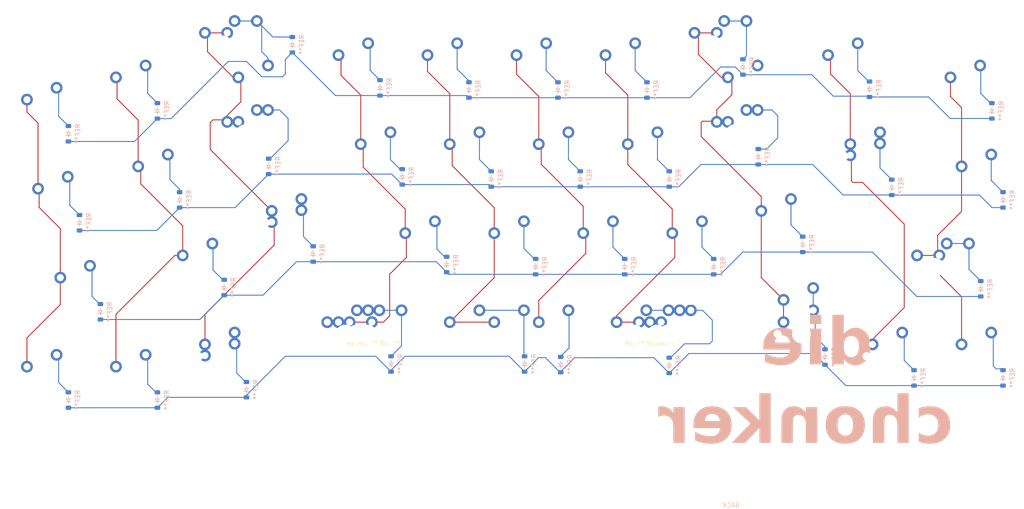
<source format=kicad_pcb>
(kicad_pcb (version 20240108) (generator "pcbnew") (generator_version "8.0")
  (layers (0 "F.Cu" signal) (31 "B.Cu" signal) (34 "B.Paste" user) (35 "F.Paste" user) (36 "B.SilkS" user "B.Silkscreen") (37 "F.SilkS" user "F.Silkscreen") (38 "B.Mask" user) (39 "F.Mask" user) (44 "Edge.Cuts" user))
  (net 0 "")
  (footprint "ScottoKeebs_MX:MX_PCB_1.00u" (layer "F.Cu") (at 33.0375 97.30625)
    (property "Reference" "REF**" (hide yes))
    (property "Value" "MX_PCB_1.00u" (hide yes))
  )
  (footprint "ScottoKeebs_MX:MX_PCB_1.00u" (layer "F.Cu") (at 142.575 87.78125)
    (property "Reference" "REF**" (hide yes))
    (property "Value" "MX_PCB_1.00u" (hide yes))
  )
  (footprint "ScottoKeebs_MX:MX_PCB_1.25u" (layer "F.Cu") (at 78.28125 44.91875)
    (property "Reference" "REF**" (hide yes))
    (property "Value" "MX_PCB_1.25u" (hide yes))
  )
  (footprint "ScottoKeebs_MX:MX_PCB_1.00u" (layer "F.Cu") (at 194.9625 83.01875)
    (property "Reference" "REF**" (hide yes))
    (property "Value" "MX_PCB_1.00u" (hide yes))
  )
  (footprint "ScottoKeebs_MX:MX_PCB_1.00u" (layer "F.Cu") (at 85.425 63.96875)
    (property "Reference" "REF**" (hide yes))
    (property "Value" "MX_PCB_1.00u" (hide yes))
  )
  (footprint "ScottoKeebs_MX:MX_PCB_1.00u" (layer "F.Cu") (at 75.9 44.91875)
    (property "Reference" "REF**" (hide yes))
    (property "Value" "MX_PCB_1.00u" (hide yes))
  )
  (footprint "ScottoKeebs_Stabilizer:Stabilizer_MX_2.00u" (layer "F.Cu") (at 106.85625 87.78125 180)
    (property "Reference" "REF**")
    (property "Value" "Stabilizer_MX_2.00u")
  )
  (footprint "ScottoKeebs_MX:MX_PCB_1.00u" (layer "F.Cu") (at 142.575 49.68125)
    (property "Reference" "REF**" (hide yes))
    (property "Value" "MX_PCB_1.00u" (hide yes))
  )
  (footprint "ScottoKeebs_MX:MX_PCB_1.25u" (layer "F.Cu") (at 183.05625 44.91875)
    (property "Reference" "REF**" (hide yes))
    (property "Value" "MX_PCB_1.25u" (hide yes))
  )
  (footprint "ScottoKeebs_MX:MX_PCB_1.25u_90deg" (layer "F.Cu") (at 209.25 52.0625)
    (property "Reference" "REF**" (hide yes))
    (property "Value" "MX_PCB_1.25u_90deg" (hide yes))
  )
  (footprint "ScottoKeebs_MX:MX_PCB_1.00u" (layer "F.Cu") (at 66.375 73.49375)
    (property "Reference" "REF**" (hide yes))
    (property "Value" "MX_PCB_1.00u" (hide yes))
  )
  (footprint "ScottoKeebs_MX:MX_PCB_1.00u" (layer "F.Cu") (at 71.1375 92.54375)
    (property "Reference" "REF**" (hide yes))
    (property "Value" "MX_PCB_1.00u" (hide yes))
  )
  (footprint "ScottoKeebs_MX:MX_PCB_1.00u" (layer "F.Cu") (at 123.525 87.78125)
    (property "Reference" "REF**" (hide yes))
    (property "Value" "MX_PCB_1.00u" (hide yes))
  )
  (footprint "ScottoKeebs_Stabilizer:Stabilizer_MX_2.00u" (layer "F.Cu") (at 166.3875 87.78125 180)
    (property "Reference" "REF**")
    (property "Value" "Stabilizer_MX_2.00u")
  )
  (footprint "ScottoKeebs_Stabilizer:Stabilizer_MX_2.00u" (layer "F.Cu") (at 99.7125 87.78125 180)
    (property "Reference" "REF**")
    (property "Value" "Stabilizer_MX_2.00u")
  )
  (footprint "ScottoKeebs_MX:MX_PCB_1.50u_90deg" (layer "F.Cu") (at 194.9625 87.78125)
    (property "Reference" "REF**" (hide yes))
    (property "Value" "MX_PCB_1.50u_90deg" (hide yes))
  )
  (footprint "ScottoKeebs_MX:MX_PCB_1.00u" (layer "F.Cu") (at 33.0375 40.15625)
    (property "Reference" "REF**" (hide yes))
    (property "Value" "MX_PCB_1.00u" (hide yes))
  )
  (footprint "ScottoKeebs_MX:MX_PCB_ISOEnter" (layer "F.Cu") (at 78.28125 35.39375)
    (property "Reference" "REF**" (hide yes))
    (property "Value" "MX_PCB_ISOEnter" (hide yes))
  )
  (footprint "ScottoKeebs_Stabilizer:Stabilizer_MX_2.00u" (layer "F.Cu") (at 102.09375 87.78125 180)
    (property "Reference" "REF**")
    (property "Value" "Stabilizer_MX_2.00u")
  )
  (footprint "ScottoKeebs_MX:MX_PCB_1.00u" (layer "F.Cu") (at 156.8625 30.63125)
    (property "Reference" "REF**" (hide yes))
    (property "Value" "MX_PCB_1.00u" (hide yes))
  )
  (footprint "ScottoKeebs_MX:MX_PCB_1.00u" (layer "F.Cu") (at 161.625 49.68125)
    (property "Reference" "REF**" (hide yes))
    (property "Value" "MX_PCB_1.00u" (hide yes))
  )
  (footprint "ScottoKeebs_MX:MX_PCB_1.00u" (layer "F.Cu") (at 204.4875 30.63125)
    (property "Reference" "REF**" (hide yes))
    (property "Value" "MX_PCB_1.00u" (hide yes))
  )
  (footprint "ScottoKeebs_MX:MX_PCB_1.00u" (layer "F.Cu") (at 152.1 68.73125)
    (property "Reference" "REF**" (hide yes))
    (property "Value" "MX_PCB_1.00u" (hide yes))
  )
  (footprint "ScottoKeebs_MX:MX_PCB_1.25u_90deg" (layer "F.Cu") (at 85.425 66.35)
    (property "Reference" "REF**" (hide yes))
    (property "Value" "MX_PCB_1.25u_90deg" (hide yes))
  )
  (footprint "ScottoKeebs_MX:MX_PCB_1.00u" (layer "F.Cu") (at 190.2 63.96875)
    (property "Reference" "REF**" (hide yes))
    (property "Value" "MX_PCB_1.00u" (hide yes))
  )
  (footprint "ScottoKeebs_MX:MX_PCB_1.50u" (layer "F.Cu") (at 180.675 25.86875)
    (property "Reference" "REF**" (hide yes))
    (property "Value" "MX_PCB_1.50u" (hide yes))
  )
  (footprint "ScottoKeebs_MX:MX_PCB_1.00u" (layer "F.Cu") (at 71.1375 25.86875)
    (property "Reference" "REF**" (hide yes))
    (property "Value" "MX_PCB_1.00u" (hide yes))
  )
  (footprint "ScottoKeebs_Stabilizer:Stabilizer_MX_2.00u" (layer "F.Cu") (at 164.00625 87.78125 180)
    (property "Reference" "REF**")
    (property "Value" "Stabilizer_MX_2.00u")
  )
  (footprint "ScottoKeebs_MX:MX_PCB_1.00u" (layer "F.Cu") (at 99.7125 30.63125)
    (property "Reference" "REF**" (hide yes))
    (property "Value" "MX_PCB_1.00u" (hide yes))
  )
  (footprint "ScottoKeebs_MX:MX_PCB_1.00u" (layer "F.Cu") (at 214.0125 92.54375)
    (property "Reference" "REF**" (hide yes))
    (property "Value" "MX_PCB_1.00u" (hide yes))
  )
  (footprint "ScottoKeebs_MX:MX_PCB_1.50u" (layer "F.Cu") (at 75.9 25.86875)
    (property "Reference" "REF**" (hide yes))
    (property "Value" "MX_PCB_1.50u" (hide yes))
  )
  (footprint "ScottoKeebs_MX:MX_PCB_1.25u_90deg" (layer "F.Cu") (at 71.1375 94.925)
    (property "Reference" "REF**" (hide yes))
    (property "Value" "MX_PCB_1.25u_90deg" (hide yes))
  )
  (footprint "ScottoKeebs_MX:MX_PCB_1.00u" (layer "F.Cu") (at 209.25 49.68125)
    (property "Reference" "REF**" (hide yes))
    (property "Value" "MX_PCB_1.00u" (hide yes))
  )
  (footprint "ScottoKeebs_Stabilizer:Stabilizer_MX_2.00u" (layer "F.Cu") (at 159.24375 87.78125 180)
    (property "Reference" "REF**")
    (property "Value" "Stabilizer_MX_2.00u")
  )
  (footprint "ScottoKeebs_MX:MX_PCB_1.00u" (layer "F.Cu") (at 233.0625 54.44375)
    (property "Reference" "REF**" (hide yes))
    (property "Value" "MX_PCB_1.00u" (hide yes))
  )
  (footprint "ScottoKeebs_MX:MX_PCB_2.75u" (layer "F.Cu") (at 106.85625 87.78125)
    (property "Reference" "REF**" (hide yes))
    (property "Value" "MX_PCB_2.75u" (hide yes))
  )
  (footprint "ScottoKeebs_MX:MX_PCB_1.75u" (layer "F.Cu") (at 168.76875 87.78125)
    (property "Reference" "REF**" (hide yes))
    (property "Value" "MX_PCB_1.75u" (hide yes))
  )
  (footprint "ScottoKeebs_MX:MX_PCB_2.00u" (layer "F.Cu") (at 166.3875 87.78125)
    (property "Reference" "REF**" (hide yes))
    (property "Value" "MX_PCB_2.00u" (hide yes))
  )
  (footprint "ScottoKeebs_MX:MX_PCB_1.00u" (layer "F.Cu") (at 114 68.73125)
    (property "Reference" "REF**" (hide yes))
    (property "Value" "MX_PCB_1.00u" (hide yes))
  )
  (footprint "ScottoKeebs_MX:MX_PCB_1.00u" (layer "F.Cu") (at 104.475 49.68125)
    (property "Reference" "REF**" (hide yes))
    (property "Value" "MX_PCB_1.00u" (hide yes))
  )
  (footprint "ScottoKeebs_MX:MX_PCB_1.00u" (layer "F.Cu") (at 175.9125 25.86875)
    (property "Reference" "REF**" (hide yes))
    (property "Value" "MX_PCB_1.00u" (hide yes))
  )
  (footprint "ScottoKeebs_MX:MX_PCB_1.75u" (layer "F.Cu") (at 97.31134 87.78125)
    (property "Reference" "REF**" (hide yes))
    (property "Value" "MX_PCB_1.75u" (hide yes))
  )
  (footprint "ScottoKeebs_MX:MX_PCB_1.00u" (layer "F.Cu") (at 137.8125 30.63125)
    (property "Reference" "REF**" (hide yes))
    (property "Value" "MX_PCB_1.00u" (hide yes))
  )
  (footprint "ScottoKeebs_MX:MX_PCB_1.00u" (layer "F.Cu") (at 56.85 54.44375)
    (property "Reference" "REF**" (hide yes))
    (property "Value" "MX_PCB_1.00u" (hide yes))
  )
  (footprint "ScottoKeebs_MX:MX_PCB_2.75u" (layer "F.Cu") (at 159.24375 87.78125)
    (property "Reference" "REF**" (hide yes))
    (property "Value" "MX_PCB_2.75u" (hide yes))
  )
  (footprint "ScottoKeebs_MX:MX_PCB_1.00u" (layer "F.Cu") (at 171.15 68.73125)
    (property "Reference" "REF**" (hide yes))
    (property "Value" "MX_PCB_1.00u" (hide yes))
  )
  (footprint "ScottoKeebs_MX:MX_PCB_ISOEnter" (layer "F.Cu") (at 183.05625 35.39375)
    (property "Reference" "REF**" (hide yes))
    (property "Value" "MX_PCB_ISOEnter" (hide yes))
  )
  (footprint "ScottoKeebs_MX:MX_PCB_1.25u" (layer "F.Cu") (at 35.41875 59.20625)
    (property "Reference" "REF**" (hide yes))
    (property "Value" "MX_PCB_1.25u" (hide yes))
  )
  (footprint "ScottoKeebs_MX:MX_PCB_1.00u" (layer "F.Cu") (at 180.675 44.91875)
    (property "Reference" "REF**" (hide yes))
    (property "Value" "MX_PCB_1.00u" (hide yes))
  )
  (footprint "ScottoKeebs_MX:MX_PCB_2.00u" (layer "F.Cu") (at 99.7125 87.78125)
    (property "Reference" "REF**" (hide yes))
    (property "Value" "MX_PCB_2.00u" (hide yes))
  )
  (footprint "ScottoKeebs_MX:MX_PCB_2.00u" (layer "F.Cu") (at 133.05 87.78125)
    (property "Reference" "REF**" (hide yes))
    (property "Value" "MX_PCB_2.00u" (hide yes))
  )
  (footprint "ScottoKeebs_MX:MX_PCB_2.25u" (layer "F.Cu") (at 102.09375 87.78125)
    (property "Reference" "REF**" (hide yes))
    (property "Value" "MX_PCB_2.25u" (hide yes))
  )
  (footprint "ScottoKeebs_MX:MX_PCB_1.00u" (layer "F.Cu") (at 133.05 68.73125)
    (property "Reference" "REF**" (hide yes))
    (property "Value" "MX_PCB_1.00u" (hide yes))
  )
  (footprint "ScottoKeebs_MX:MX_PCB_2.00u" (layer "F.Cu") (at 223.5375 73.49375)
    (property "Reference" "REF**" (hide yes))
    (property "Value" "MX_PCB_2.00u" (hide yes))
  )
  (footprint "ScottoKeebs_MX:MX_PCB_1.75u" (layer "F.Cu") (at 40.18125 78.25625)
    (property "Reference" "REF**" (hide yes))
    (property "Value" "MX_PCB_1.75u" (hide yes))
  )
  (footprint "ScottoKeebs_MX:MX_PCB_1.00u" (layer "F.Cu") (at 233.0625 92.54375)
    (property "Reference" "REF**" (hide yes))
    (property "Value" "MX_PCB_1.00u" (hide yes))
  )
  (footprint "ScottoKeebs_MX:MX_PCB_1.25u" (layer "F.Cu") (at 230.68125 35.39375)
    (property "Reference" "REF**" (hide yes))
    (property "Value" "MX_PCB_1.25u" (hide yes))
  )
  (footprint "ScottoKeebs_MX:MX_PCB_1.50u" (layer "F.Cu") (at 228.3 73.49375)
    (property "Reference" "REF**" (hide yes))
    (property "Value" "MX_PCB_1.50u" (hide yes))
  )
  (footprint "ScottoKeebs_MX:MX_PCB_1.00u" (layer "F.Cu") (at 52.0875 97.30625)
    (property "Reference" "REF**" (hide yes))
    (property "Value" "MX_PCB_1.00u" (hide yes))
  )
  (footprint "ScottoKeebs_MX:MX_PCB_1.00u" (layer "F.Cu") (at 123.525 49.68125)
    (property "Reference" "REF**" (hide yes))
    (property "Value" "MX_PCB_1.00u" (hide yes))
  )
  (footprint "ScottoKeebs_MX:MX_PCB_1.00u" (layer "F.Cu") (at 52.0875 35.39375)
    (property "Reference" "REF**" (hide yes))
    (property "Value" "MX_PCB_1.00u" (hide yes))
  )
  (footprint "ScottoKeebs_MX:MX_PCB_1.00u" (layer "F.Cu") (at 118.7625 30.63125)
    (property "Reference" "REF**" (hide yes))
    (property "Value" "MX_PCB_1.00u" (hide yes))
  )
  (footprint "ScottoKeebs_MX:MX_PCB_2.25u" (layer "F.Cu") (at 164.00625 87.78125)
    (property "Reference" "REF**" (hide yes))
    (property "Value" "MX_PCB_2.25u" (hide yes))
  )
  (footprint "ScottoKeebs_Components:Diode_SOD-123" (layer "B.Cu") (at 235.741228 40.020322 90)
    (property "Reference" "REF**")
    (property "Value" "1N4148W")
  )
  (footprint "ScottoKeebs_Components:Diode_SOD-123" (layer "B.Cu") (at 80.960108 51.900778 90)
    (property "Reference" "REF**")
    (property "Value" "1N4148W")
  )
  (footprint "ScottoKeebs_Components:Diode_SOD-123" (layer "B.Cu") (at 44.943732 83.018722 90)
    (property "Reference" "REF**")
    (property "Value" "1N4148W")
  )
  (footprint "ScottoKeebs_Components:Diode_SOD-123" (layer "B.Cu") (at 185.73502 49.84297 90)
    (property "Reference" "REF**")
    (property "Value" "1N4148W")
  )
  (footprint "ScottoKeebs_Components:Diode_SOD-123" (layer "B.Cu") (at 209.5475 35.393762 90)
    (property "Reference" "REF**")
    (property "Value" "1N4148W")
  )
  (footprint "ScottoKeebs_Components:Diode_SOD-123" (layer "B.Cu") (at 119.060076 72.898418 90)
    (property "Reference" "REF**")
    (property "Value" "1N4148W")
  )
  (footprint "ScottoKeebs_Components:Diode_SOD-123" (layer "B.Cu") (at 109.535084 54.14609 90)
    (property "Reference" "REF**")
    (property "Value" "1N4148W")
  )
  (footprint "ScottoKeebs_Components:Diode_SOD-123" (layer "B.Cu") (at 107.153836 94.193714 90)
    (property "Reference" "REF**")
    (property "Value" "1N4148W")
  )
  (footprint "ScottoKeebs_Components:Diode_SOD-123" (layer "B.Cu") (at 238.122476 97.170274 90)
    (property "Reference" "REF**")
    (property "Value" "1N4148W")
  )
  (footprint "ScottoKeebs_Components:Diode_SOD-123" (layer "B.Cu") (at 157.160044 73.357794 90)
    (property "Reference" "REF**")
    (property "Value" "1N4148W")
  )
  (footprint "ScottoKeebs_Components:Diode_SOD-123" (layer "B.Cu") (at 57.147628 101.906986 90)
    (property "Reference" "REF**")
    (property "Value" "1N4148W")
  )
  (footprint "ScottoKeebs_Components:Diode_SOD-123" (layer "B.Cu") (at 143.467868 94.32965 90)
    (property "Reference" "REF**")
    (property "Value" "1N4148W")
  )
  (footprint "ScottoKeebs_Components:Diode_SOD-123" (layer "B.Cu") (at 61.910124 59.070306 90)
    (property "Reference" "REF**")
    (property "Value" "1N4148W")
  )
  (footprint "ScottoKeebs_Components:Diode_SOD-123" (layer "B.Cu") (at 214.309996 56.391402 90)
    (property "Reference" "REF**")
    (property "Value" "1N4148W")
  )
  (footprint "ScottoKeebs_Components:Diode_SOD-123" (layer "B.Cu") (at 166.685036 54.605466 90)
    (property "Reference" "REF**")
    (property "Value" "1N4148W")
  )
  (footprint "ScottoKeebs_Components:Diode_SOD-123" (layer "B.Cu") (at 76.197612 99.687458 90)
    (property "Reference" "REF**")
    (property "Value" "1N4148W")
  )
  (footprint "ScottoKeebs_Components:Diode_SOD-123" (layer "B.Cu") (at 238.122476 59.070306 90)
    (property "Reference" "REF**")
    (property "Value" "1N4148W")
  )
  (footprint "ScottoKeebs_Components:Diode_SOD-123" (layer "B.Cu") (at 71.435116 77.822634 90)
    (property "Reference" "REF**")
    (property "Value" "1N4148W")
  )
  (footprint "ScottoKeebs_Components:Diode_SOD-123" (layer "B.Cu") (at 90.4851 70.653106 90)
    (property "Reference" "REF**")
    (property "Value" "1N4148W")
  )
  (footprint "ScottoKeebs_Components:Diode_SOD-123" (layer "B.Cu") (at 219.072492 97.170274 90)
    (property "Reference" "REF**")
    (property "Value" "1N4148W")
  )
  (footprint "ScottoKeebs_Components:Diode_SOD-123" (layer "B.Cu") (at 57.147628 40.020322 90)
    (property "Reference" "REF**")
    (property "Value" "1N4148W")
  )
  (footprint "ScottoKeebs_Components:Diode_SOD-123" (layer "B.Cu") (at 176.210028 73.357794 90)
    (property "Reference" "REF**")
    (property "Value" "1N4148W")
  )
  (footprint "ScottoKeebs_Components:Diode_SOD-123" (layer "B.Cu") (at 138.11006 73.357794 90)
    (property "Reference" "REF**")
    (property "Value" "1N4148W")
  )
  (footprint "ScottoKeebs_Components:Diode_SOD-123" (layer "B.Cu") (at 38.097644 101.906986 90)
    (property "Reference" "REF**")
    (property "Value" "1N4148W")
  )
  (footprint "ScottoKeebs_Components:Diode_SOD-123" (layer "B.Cu") (at 86.02026 25.86877 90)
    (property "Reference" "REF**")
    (property "Value" "1N4148W")
  )
  (footprint "ScottoKeebs_Components:Diode_SOD-123" (layer "B.Cu") (at 38.097644 44.918754 90)
    (property "Reference" "REF**")
    (property "Value" "1N4148W")
  )
  (footprint "ScottoKeebs_Components:Diode_SOD-123" (layer "B.Cu") (at 128.585068 54.605466 90)
    (property "Reference" "REF**")
    (property "Value" "1N4148W")
  )
  (footprint "ScottoKeebs_Components:Diode_SOD-123" (layer "B.Cu") (at 200.022508 92.705434 90)
    (property "Reference" "REF**")
    (property "Value" "1N4148W")
  )
  (footprint "ScottoKeebs_Components:Diode_SOD-123" (layer "B.Cu") (at 135.728812 94.193714 90)
    (property "Reference" "REF**")
    (property "Value" "1N4148W")
  )
  (footprint "ScottoKeebs_Components:Diode_SOD-123" (layer "B.Cu") (at 147.635052 54.605466 90)
    (property "Reference" "REF**")
    (property "Value" "1N4148W")
  )
  (footprint "ScottoKeebs_Components:Diode_SOD-123" (layer "B.Cu") (at 104.772588 35.096106 90)
    (property "Reference" "REF**")
    (property "Value" "1N4148W")
  )
  (footprint "ScottoKeebs_Components:Diode_SOD-123" (layer "B.Cu") (at 182.460804 30.631266 90)
    (property "Reference" "REF**")
    (property "Value" "1N4148W")
  )
  (footprint "ScottoKeebs_Components:Diode_SOD-123" (layer "B.Cu") (at 195.260012 68.595298 90)
    (property "Reference" "REF**")
    (property "Value" "1N4148W")
  )
  (footprint "ScottoKeebs_Components:Diode_SOD-123" (layer "B.Cu") (at 161.92254 35.555482 90)
    (property "Reference" "REF**")
    (property "Value" "1N4148W")
  )
  (footprint "ScottoKeebs_Components:Diode_SOD-123" (layer "B.Cu") (at 123.822572 35.555482 90)
    (property "Reference" "REF**")
    (property "Value" "1N4148W")
  )
  (footprint "ScottoKeebs_Components:Diode_SOD-123" (layer "B.Cu") (at 40.478892 63.968738 90)
    (property "Reference" "REF**")
    (property "Value" "1N4148W")
  )
  (footprint "ScottoKeebs_Components:Diode_SOD-123" (layer "B.Cu") (at 233.35998 78.094506 90)
    (property "Reference" "REF**")
    (property "Value" "1N4148W")
  )
  (footprint "ScottoKeebs_Components:Diode_SOD-123" (layer "B.Cu") (at 166.685036 94.49137 90)
    (property "Reference" "REF**")
    (property "Value" "1N4148W")
  )
  (footprint "ScottoKeebs_Components:Diode_SOD-123" (layer "B.Cu") (at 142.872556 35.555482 90)
    (property "Reference" "REF**")
    (property "Value" "1N4148W")
  )
  (gr_text "BACK" (at 181.865492 124.988218 -0) (layer "B.SilkS") (effects (font (size 1 1) (thickness 0.1)) (justify left bottom mirror)))
  (gr_text "die \nchonker" (at 195.855324 112.784322 -0) (layer "B.SilkS") (effects (font (size 10 10) (thickness 2) (bold yes)) (justify bottom mirror)))
  (segment (start 216.9889 64.266394) (end 208.05922 55.336714) (width 0.2) (layer "F.Cu") (net 0))
  (segment (start 110.19 66.19125) (end 110.19 61.051782) (width 0.2) (layer "F.Cu") (net 0))
  (segment (start 120.2507 51.764842) (end 120.2507 47.67695) (width 0.2) (layer "F.Cu") (net 0))
  (segment (start 81.615 61.42875) (end 68.458556 48.272306) (width 0.2) (layer "F.Cu") (net 0))
  (segment (start 191.1525 85.24125) (end 191.1525 80.47875) (width 0.2) (layer "F.Cu") (net 0))
  (segment (start 205.677972 49.760472) (end 205.44 49.5225) (width 0.2) (layer "F.Cu") (net 0))
  (segment (start 110.428052 66.429302) (end 110.19 66.19125) (width 0.2) (layer "F.Cu") (net 0))
  (segment (start 60.878232 70.95375) (end 62.565 70.95375) (width 0.2) (layer "F.Cu") (net 0))
  (segment (start 103.04625 85.24125) (end 105.52662 85.24125) (width 0.2) (layer "F.Cu") (net 0))
  (segment (start 138.765 85.24125) (end 138.765 80.577846) (width 0.2) (layer "F.Cu") (net 0))
  (segment (start 110.19 61.051782) (end 101.200716 52.062498) (width 0.2) (layer "F.Cu") (net 0))
  (segment (start 29.2275 40.275332) (end 31.60875 42.656582) (width 0.2) (layer "F.Cu") (net 0))
  (segment (start 75.006988 33.389488) (end 74.47125 32.85375) (width 0.2) (layer "F.Cu") (net 0))
  (segment (start 73.359944 32.85375) (end 67.863244 27.35705) (width 0.2) (layer "F.Cu") (net 0))
  (segment (start 53.04 51.90375) (end 53.04 42.00175) (width 0.2) (layer "F.Cu") (net 0))
  (segment (start 205.677972 55.039058) (end 205.677972 49.760472) (width 0.2) (layer "F.Cu") (net 0))
  (segment (start 219.7275 70.95375) (end 224.49 70.95375) (width 0.2) (layer "F.Cu") (net 0))
  (segment (start 129.24 85.24125) (end 119.715 85.24125) (width 0.2) (layer "F.Cu") (net 0))
  (segment (start 205.44 47.14125) (end 205.44 36.346414) (width 0.2) (layer "F.Cu") (net 0))
  (segment (start 67.863244 23.864494) (end 67.3275 23.32875) (width 0.2) (layer "F.Cu") (net 0))
  (segment (start 105.52662 85.24125) (end 106.85618 83.91169) (width 0.2) (layer "F.Cu") (net 0))
  (segment (start 31.846868 56.904368) (end 31.60875 56.66625) (width 0.2) (layer "F.Cu") (net 0))
  (segment (start 67.3275 23.32875) (end 72.09 23.32875) (width 0.2) (layer "F.Cu") (net 0))
  (segment (start 229.2525 79.80421) (end 224.49 75.04171) (width 0.2) (layer "F.Cu") (net 0))
  (segment (start 29.2275 37.61625) (end 29.2275 40.275332) (width 0.2) (layer "F.Cu") (net 0))
  (segment (start 155.43375 83.852048) (end 167.87566 71.410138) (width 0.2) (layer "F.Cu") (net 0))
  (segment (start 211.79 46.9825) (end 211.79 44.60125) (width 0.2) (layer "F.Cu") (net 0))
  (segment (start 148.29 66.19125) (end 148.29 60.456502) (width 0.2) (layer "F.Cu") (net 0))
  (segment (start 129.24 66.19125) (end 129.24 60.754142) (width 0.2) (layer "F.Cu") (net 0))
  (segment (start 82.150732 64.345732) (end 81.615 63.81) (width 0.2) (layer "F.Cu") (net 0))
  (segment (start 186.39 58.372942) (end 173.531124 45.514066) (width 0.2) (layer "F.Cu") (net 0))
  (segment (start 173.531124 42.537506) (end 173.82878 42.23985) (width 0.2) (layer "F.Cu") (net 0))
  (segment (start 103.04625 85.24125) (end 93.50134 85.24125) (width 0.2) (layer "F.Cu") (net 0))
  (segment (start 157.815 47.14125) (end 157.815 36.64403) (width 0.2) (layer "F.Cu") (net 0))
  (segment (start 186.39 61.42875) (end 186.39 58.372942) (width 0.2) (layer "F.Cu") (net 0))
  (segment (start 229.2525 51.90375) (end 229.2525 39.322994) (width 0.2) (layer "F.Cu") (net 0))
  (segment (start 129.24 75.71625) (end 129.24 66.19125) (width 0.2) (layer "F.Cu") (net 0))
  (segment (start 172.935812 27.952362) (end 172.935812 24.162062) (width 0.2) (layer "F.Cu") (net 0))
  (segment (start 67.3275 92.385) (end 67.3275 90.00375) (width 0.2) (layer "F.Cu") (net 0))
  (segment (start 120.2507 47.67695) (end 119.715 47.14125) (width 0.2) (layer "F.Cu") (net 0))
  (segment (start 48.515604 37.477354) (end 48.515604 33.091854) (width 0.2) (layer "F.Cu") (net 0))
  (segment (start 106.85618 74.98201) (end 110.428052 71.410138) (width 0.2) (layer "F.Cu") (net 0))
  (segment (start 224.132644 70.596394) (end 224.132644 66.647642) (width 0.2) (layer "F.Cu") (net 0))
  (segment (start 67.3275 83.554466) (end 82.150732 68.731234) (width 0.2) (layer "F.Cu") (net 0))
  (segment (start 81.615 61.42875) (end 81.615 63.81) (width 0.2) (layer "F.Cu") (net 0))
  (segment (start 67.3275 90.00375) (end 67.3275 83.554466) (width 0.2) (layer "F.Cu") (net 0))
  (segment (start 53.04 42.00175) (end 48.515604 37.477354) (width 0.2) (layer "F.Cu") (net 0))
  (segment (start 48.515604 33.091854) (end 48.2775 32.85375) (width 0.2) (layer "F.Cu") (net 0))
  (segment (start 176.865 42.37875) (end 176.865 39.798942) (width 0.2) (layer "F.Cu") (net 0))
  (segment (start 216.9889 82.125754) (end 216.9889 64.266394) (width 0.2) (layer "F.Cu") (net 0))
  (segment (start 176.865 39.798942) (end 180.079556 36.584386) (width 0.2) (layer "F.Cu") (net 0))
  (segment (start 119.715 47.14125) (end 119.715 36.346342) (width 0.2) (layer "F.Cu") (net 0))
  (segment (start 191.1525 80.47875) (end 186.39 75.71625) (width 0.2) (layer "F.Cu") (net 0))
  (segment (start 53.575756 55.63437) (end 53.575756 52.439506) (width 0.2) (layer "F.Cu") (net 0))
  (segment (start 74.47125 32.85375) (end 73.359944 32.85375) (width 0.2) (layer "F.Cu") (net 0))
  (segment (start 106.85618 83.91169) (end 106.85618 74.98201) (width 0.2) (layer "F.Cu") (net 0))
  (segment (start 172.935812 24.162062) (end 172.1025 23.32875) (width 0.2) (layer "F.Cu") (net 0))
  (segment (start 62.565 70.95375) (end 62.565 64.623614) (width 0.2) (layer "F.Cu") (net 0))
  (segment (start 138.765 47.14125) (end 138.765 36.94167) (width 0.2) (layer "F.Cu") (net 0))
  (segment (start 167.87566 71.410138) (end 167.87566 66.72691) (width 0.2) (layer "F.Cu") (net 0))
  (segment (start 148.29 60.456502) (end 139.300684 51.467186) (width 0.2) (layer "F.Cu") (net 0))
  (segment (start 201.213132 28.626882) (end 200.6775 28.09125) (width 0.2) (layer "F.Cu") (net 0))
  (segment (start 157.815 36.64403) (end 153.0525 31.88153) (width 0.2) (layer "F.Cu") (net 0))
  (segment (start 173.82878 42.23985) (end 176.7261 42.23985) (width 0.2) (layer "F.Cu") (net 0))
  (segment (start 155.43375 85.24125) (end 164.95875 85.24125) (width 0.2) (layer "F.Cu") (net 0))
  (segment (start 75.006988 38.072666) (end 75.006988 33.389488) (width 0.2) (layer "F.Cu") (net 0))
  (segment (start 138.765 36.94167) (end 134.0025 32.17917) (width 0.2) (layer "F.Cu") (net 0))
  (segment (start 180.079556 33.687056) (end 179.24625 32.85375) (width 0.2) (layer "F.Cu") (net 0))
  (segment (start 134.0025 32.17917) (end 134.0025 28.09125) (width 0.2) (layer "F.Cu") (net 0))
  (segment (start 139.300684 51.467186) (end 139.300684 47.676934) (width 0.2) (layer "F.Cu") (net 0))
  (segment (start 53.575756 52.439506) (end 53.04 51.90375) (width 0.2) (layer "F.Cu") (net 0))
  (segment (start 153.0525 31.88153) (end 153.0525 28.09125) (width 0.2) (layer "F.Cu") (net 0))
  (segment (start 157.815 51.52683) (end 157.815 47.14125) (width 0.2) (layer "F.Cu") (net 0))
  (segment (start 167.34 61.05183) (end 157.815 51.52683) (width 0.2) (layer "F.Cu") (net 0))
  (segment (start 68.458556 48.272306) (end 68.458556 42.537506) (width 0.2) (layer "F.Cu") (net 0))
  (segment (start 176.7261 42.23985) (end 176.865 42.37875) (width 0.2) (layer "F.Cu") (net 0))
  (segment (start 119.715 85.24125) (end 129.24 75.71625) (width 0.2) (layer "F.Cu") (net 0))
  (segment (start 205.44 36.346414) (end 201.213132 32.119546) (width 0.2) (layer "F.Cu") (net 0))
  (segment (start 229.2525 39.322994) (end 226.87125 36.941744) (width 0.2) (layer "F.Cu") (net 0))
  (segment (start 155.43375 85.24125) (end 155.43375 83.852048) (width 0.2) (layer "F.Cu") (net 0))
  (segment (start 224.49 70.95375) (end 224.132644 70.596394) (width 0.2) (layer "F.Cu") (net 0))
  (segment (start 101.200716 52.062498) (end 101.200716 47.676966) (width 0.2) (layer "F.Cu") (net 0))
  (segment (start 67.863244 27.35705) (end 67.863244 23.864494) (width 0.2) (layer "F.Cu") (net 0))
  (segment (start 205.975628 55.336714) (end 205.677972 55.039058) (width 0.2) (layer "F.Cu") (net 0))
  (segment (start 229.2525 61.527786) (end 229.2525 51.90375) (width 0.2) (layer "F.Cu") (net 0))
  (segment (start 82.150732 68.731234) (end 82.150732 64.345732) (width 0.2) (layer "F.Cu") (net 0))
  (segment (start 224.49 75.04171) (end 224.49 70.95375) (width 0.2) (layer "F.Cu") (net 0))
  (segment (start 36.37125 81.4709) (end 36.37125 75.71625) (width 0.2) (layer "F.Cu") (net 0))
  (segment (start 48.2775 94.76625) (end 48.2775 83.554482) (width 0.2) (layer "F.Cu") (net 0))
  (segment (start 205.44 49.5225) (end 205.44 47.14125) (width 0.2) (layer "F.Cu") (net 0))
  (segment (start 139.300684 47.676934) (end 138.765 47.14125) (width 0.2) (layer "F.Cu") (net 0))
  (segment (start 68.458556 42.537506) (end 69.053868 41.942194) (width 0.2) (layer "F.Cu") (net 0))
  (segment (start 180.079556 36.584386) (end 180.079556 33.687056) (width 0.2) (layer "F.Cu") (net 0))
  (segment (start 210.2025 88.912154) (end 216.9889 82.125754) (width 0.2) (layer "F.Cu") (net 0))
  (segment (start 201.213132 32.119546) (end 201.213132 28.626882) (width 0.2) (layer "F.Cu") (net 0))
  (segment (start 167.34 66.19125) (end 167.34 61.05183) (width 0.2) (layer "F.Cu") (net 0))
  (segment (start 29.2275 94.76625) (end 29.2275 88.61465) (width 0.2) (layer "F.Cu") (net 0))
  (segment (start 172.1025 23.32875) (end 176.865 23.32875) (width 0.2) (layer "F.Cu") (net 0))
  (segment (start 179.24625 32.85375) (end 177.8372 32.85375) (width 0.2) (layer "F.Cu") (net 0))
  (segment (start 167.87566 66.72691) (end 167.34 66.19125) (width 0.2) (layer "F.Cu") (net 0))
  (segment (start 69.053868 41.942194) (end 71.653444 41.942194) (width 0.2) (layer "F.Cu") (net 0))
  (segment (start 96.43822 32.417202) (end 96.43822 28.62697) (width 0.2) (layer "F.Cu") (net 0))
  (segment (start 186.39 75.71625) (end 186.39 61.42875) (width 0.2) (layer "F.Cu") (net 0))
  (segment (start 31.846868 60.694522) (end 31.846868 56.904368) (width 0.2) (layer "F.Cu") (net 0))
  (segment (start 62.565 64.623614) (end 53.575756 55.63437) (width 0.2) (layer "F.Cu") (net 0))
  (segment (start 36.37125 65.218904) (end 31.846868 60.694522) (width 0.2) (layer "F.Cu") (net 0))
  (segment (start 208.05922 55.336714) (end 205.975628 55.336714) (width 0.2) (layer "F.Cu") (net 0))
  (segment (start 72.09 40.989654) (end 75.006988 38.072666) (width 0.2) (layer "F.Cu") (net 0))
  (segment (start 138.765 80.577846) (end 148.825676 70.51717) (width 0.2) (layer "F.Cu") (net 0))
  (segment (start 96.43822 28.62697) (end 95.9025 28.09125) (width 0.2) (layer "F.Cu") (net 0))
  (segment (start 173.531124 45.514066) (end 173.531124 42.537506) (width 0.2) (layer "F.Cu") (net 0))
  (segment (start 72.09 42.37875) (end 72.09 40.989654) (width 0.2) (layer "F.Cu") (net 0))
  (segment (start 129.24 60.754142) (end 120.2507 51.764842) (width 0.2) (layer "F.Cu") (net 0))
  (segment (start 148.825676 66.726926) (end 148.29 66.19125) (width 0.2) (layer "F.Cu") (net 0))
  (segment (start 226.87125 36.941744) (end 226.87125 32.85375) (width 0.2) (layer "F.Cu") (net 0))
  (segment (start 224.132644 66.647642) (end 229.2525 61.527786) (width 0.2) (layer "F.Cu") (net 0))
  (segment (start 210.2025 90.00375) (end 210.2025 88.912154) (width 0.2) (layer "F.Cu") (net 0))
  (segment (start 71.653444 41.942194) (end 72.09 42.37875) (width 0.2) (layer "F.Cu") (net 0))
  (segment (start 110.428052 71.410138) (end 110.428052 66.429302) (width 0.2) (layer "F.Cu") (net 0))
  (segment (start 29.2275 88.61465) (end 36.37125 81.4709) (width 0.2) (layer "F.Cu") (net 0))
  (segment (start 148.825676 70.51717) (end 148.825676 66.726926) (width 0.2) (layer "F.Cu") (net 0))
  (segment (start 31.60875 42.656582) (end 31.60875 56.66625) (width 0.2) (layer "F.Cu") (net 0))
  (segment (start 36.37125 75.71625) (end 36.37125 65.218904) (width 0.2) (layer "F.Cu") (net 0))
  (segment (start 114.9525 31.583842) (end 114.9525 28.09125) (width 0.2) (layer "F.Cu") (net 0))
  (segment (start 101.200716 47.676966) (end 100.665 47.14125) (width 0.2) (layer "F.Cu") (net 0))
  (segment (start 177.8372 32.85375) (end 172.935812 27.952362) (width 0.2) (layer "F.Cu") (net 0))
  (segment (start 100.665 47.14125) (end 100.665 36.643982) (width 0.2) (layer "F.Cu") (net 0))
  (segment (start 119.715 36.346342) (end 114.9525 31.583842) (width 0.2) (layer "F.Cu") (net 0))
  (segment (start 229.2525 90.00375) (end 229.2525 79.80421) (width 0.2) (layer "F.Cu") (net 0))
  (segment (start 48.2775 83.554482) (end 60.878232 70.95375) (width 0.2) (layer "F.Cu") (net 0))
  (segment (start 100.665 36.643982) (end 96.43822 32.417202) (width 0.2) (layer "F.Cu") (net 0))
  (segment (start 57.147628 103.556986) (end 59.367156 101.337458) (width 0.2) (layer "B.Cu") (net 0))
  (segment (start 84.53198 32.119546) (end 84.53198 29.00705) (width 0.2) (layer "B.Cu") (net 0))
  (segment (start 166.71082 96.14137) (end 170.903788 91.948402) (width 0.2) (layer "B.Cu") (net 0))
  (segment (start 90.4851 69.003106) (end 88.401508 66.919514) (width 0.2) (layer "B.Cu") (net 0))
  (segment (start 185.73502 51.49297) (end 197.369388 51.49297) (width 0.2) (layer "B.Cu") (net 0))
  (segment (start 235.715444 41.644538) (end 235.741228 41.670322) (width 0.2) (layer "B.Cu") (net 0))
  (segment (start 182.460804 28.981266) (end 183.215 28.22707) (width 0.2) (layer "B.Cu") (net 0))
  (segment (start 138.11006 75.007794) (end 176.210028 75.007794) (width 0.2) (layer "B.Cu") (net 0))
  (segment (start 79.471828 32.714858) (end 83.936668 32.714858) (width 0.2) (layer "B.Cu") (net 0))
  (segment (start 83.321504 39.83875) (end 80.82125 39.83875) (width 0.2) (layer "B.Cu") (net 0))
  (segment (start 116.976484 64.087734) (end 116.54 63.65125) (width 0.2) (layer "B.Cu") (net 0))
  (segment (start 123.363196 36.746106) (end 123.822572 37.205482) (width 0.2) (layer "B.Cu") (net 0))
  (segment (start 38.3953 60.235146) (end 38.3953 54.5628) (width 0.2) (layer "B.Cu") (net 0))
  (segment (start 57.011692 65.618738) (end 61.910124 60.720306) (width 0.2) (layer "B.Cu") (net 0))
  (segment (start 170.903788 91.948402) (end 197.615476 91.948402) (width 0.2) (layer "B.Cu") (net 0))
  (segment (start 88.401508 61.706508) (end 87.965 61.27) (width 0.2) (layer "B.Cu") (net 0))
  (segment (start 233.35998 30.45248) (end 233.22125 30.31375) (width 0.2) (layer "B.Cu") (net 0))
  (segment (start 38.097644 43.268754) (end 36.014052 41.185162) (width 0.2) (layer "B.Cu") (net 0))
  (segment (start 78.44 20.78875) (end 79.471828 21.820578) (width 0.2) (layer "B.Cu") (net 0))
  (segment (start 200.022508 94.355434) (end 204.487348 98.820274) (width 0.2) (layer "B.Cu") (net 0))
  (segment (start 238.122476 57.420306) (end 235.6025 54.90033) (width 0.2) (layer "B.Cu") (net 0))
  (segment (start 200.022508 90.460122) (end 197.938916 88.37653) (width 0.2) (layer "B.Cu") (net 0))
  (segment (start 143.467868 95.97965) (end 143.331932 95.97965) (width 0.2) (layer "B.Cu") (net 0))
  (segment (start 109.39625 82.70125) (end 109.39625 90.3013) (width 0.2) (layer "B.Cu") (net 0))
  (segment (start 76.035892 98.037458) (end 74.11402 96.115586) (width 0.2) (layer "B.Cu") (net 0))
  (segment (start 74.11402 90.28152) (end 73.6775 89.845) (width 0.2) (layer "B.Cu") (net 0))
  (segment (start 55.064036 36.28673) (end 55.064036 30.750286) (width 0.2) (layer "B.Cu") (net 0))
  (segment (start 176.210028 71.707794) (end 173.69 69.187766) (width 0.2) (layer "B.Cu") (net 0))
  (segment (start 237.82482 95.222618) (end 236.634196 95.222618) (width 0.2) (layer "B.Cu") (net 0))
  (segment (start 83.936668 32.714858) (end 84.53198 32.119546) (width 0.2) (layer "B.Cu") (net 0))
  (segment (start 128.585068 52.955466) (end 126.065 50.435398) (width 0.2) (layer "B.Cu") (net 0))
  (segment (start 177.672524 75.007794) (end 182.43502 70.245298) (width 0.2) (layer "B.Cu") (net 0))
  (segment (start 195.260012 66.945298) (end 192.74 64.425286) (width 0.2) (layer "B.Cu") (net 0))
  (segment (start 140.193652 92.84137) (end 139.300684 92.84137) (width 0.2) (layer "B.Cu") (net 0))
  (segment (start 99.85134 82.70125) (end 109.39625 82.70125) (width 0.2) (layer "B.Cu") (net 0))
  (segment (start 79.471828 21.820578) (end 79.471828 27.35705) (width 0.2) (layer "B.Cu") (net 0))
  (segment (start 154.64 69.18775) (end 154.64 63.65125) (width 0.2) (layer "B.Cu") (net 0))
  (segment (start 187.520956 48.19297) (end 189.902204 45.811722) (width 0.2) (layer "B.Cu") (net 0))
  (segment (start 79.471828 27.35705) (end 80.82125 28.706472) (width 0.2) (layer "B.Cu") (net 0))
  (segment (start 204.487348 98.820274) (end 219.072492 98.820274) (width 0.2) (layer "B.Cu") (net 0))
  (segment (start 119.060076 74.548418) (end 119.519452 75.007794) (width 0.2) (layer "B.Cu") (net 0))
  (segment (start 173.69 69.187766) (end 173.69 63.65125) (width 0.2) (layer "B.Cu") (net 0))
  (segment (start 159.4025 31.385442) (end 159.4025 25.55125) (width 0.2) (layer "B.Cu") (net 0))
  (segment (start 109.535084 55.79609) (end 128.125692 55.79609) (width 0.2) (layer "B.Cu") (net 0))
  (segment (start 59.826532 49.800282) (end 59.39 49.36375) (width 0.2) (layer "B.Cu") (net 0))
  (segment (start 78.44 20.78875) (end 81.87002 24.21877) (width 0.2) (layer "B.Cu") (net 0))
  (segment (start 126.065 50.435398) (end 126.065 44.60125) (width 0.2) (layer "B.Cu") (net 0))
  (segment (start 219.072492 98.820274) (end 238.122476 98.820274) (width 0.2) (layer "B.Cu") (net 0))
  (segment (start 102.688996 25.987746) (end 102.2525 25.55125) (width 0.2) (layer "B.Cu") (net 0))
  (segment (start 128.585068 56.255466) (end 166.685036 56.255466) (width 0.2) (layer "B.Cu") (net 0))
  (segment (start 236.634196 95.222618) (end 236.038884 94.627306) (width 0.2) (layer "B.Cu") (net 0))
  (segment (start 214.309996 58.041402) (end 233.088108 58.041402) (width 0.2) (layer "B.Cu") (net 0))
  (segment (start 76.197612 101.337458) (end 76.197612 100.878082) (width 0.2) (layer "B.Cu") (net 0))
  (segment (start 84.53198 29.00705) (end 86.02026 27.51877) (width 0.2) (layer "B.Cu") (net 0))
  (segment (start 80.960108 53.550778) (end 107.289772 53.550778) (width 0.2) (layer "B.Cu") (net 0))
  (segment (start 201.808444 36.882042) (end 209.38578 36.882042) (width 0.2) (layer "B.Cu") (net 0))
  (segment (start 38.097644 100.256986) (end 36.014052 98.173394) (width 0.2) (layer "B.Cu") (net 0))
  (segment (start 95.247596 36.746106) (end 104.772588 36.746106) (width 0.2) (layer "B.Cu") (net 0))
  (segment (start 207.0275 31.385482) (end 207.0275 25.55125) (width 0.2) (layer "B.Cu") (net 0))
  (segment (start 73.79058 60.720306) (end 80.960108 53.550778) (width 0.2) (layer "B.Cu") (net 0))
  (segment (start 110.130396 92.543714) (end 132.428812 92.543714) (width 0.2) (layer "B.Cu") (net 0))
  (segment (start 209.5475 33.743762) (end 209.38578 33.743762) (width 0.2) (layer "B.Cu") (net 0))
  (segment (start 210.168596 70.245298) (end 219.667804 79.744506) (width 0.2) (layer "B.Cu") (net 0))
  (segment (start 71.435116 79.472634) (end 79.7437 79.472634) (width 0.2) (layer "B.Cu") (net 0))
  (segment (start 197.938916 83.137666) (end 197.5025 82.70125) (width 0.2) (layer "B.Cu") (net 0))
  (segment (start 235.443572 38.370322) (end 233.35998 36.28673) (width 0.2) (layer "B.Cu") (net 0))
  (segment (start 222.210772 37.043762) (end 226.811548 41.644538) (width 0.2) (layer "B.Cu") (net 0))
  (segment (start 38.097644 103.556986) (end 57.147628 103.556986) (width 0.2) (layer "B.Cu") (net 0))
  (segment (start 171.124092 37.205482) (end 177.698308 30.631266) (width 0.2) (layer "B.Cu") (net 0))
  (segment (start 36.014052 98.173394) (end 36.014052 92.662802) (width 0.2) (layer "B.Cu") (net 0))
  (segment (start 197.615476 91.948402) (end 200.022508 94.355434) (width 0.2) (layer "B.Cu") (net 0))
  (segment (start 76.197612 100.878082) (end 84.53198 92.543714) (width 0.2) (layer "B.Cu") (net 0))
  (segment (start 69.053868 68.552618) (end 68.915 68.41375) (width 0.2) (layer "B.Cu") (net 0))
  (segment (start 38.097644 46.568754) (end 52.249196 46.568754) (width 0.2) (layer "B.Cu") (net 0))
  (segment (start 72.328084 29.440642) (end 76.197612 29.440642) (width 0.2) (layer "B.Cu") (net 0))
  (segment (start 166.685036 52.955466) (end 164.165 50.43543) (width 0.2) (layer "B.Cu") (net 0))
  (segment (start 203.892036 58.015618) (end 214.284212 58.015618) (width 0.2) (layer "B.Cu") (net 0))
  (segment (start 84.53198 92.543714) (end 103.853836 92.543714) (width 0.2) (layer "B.Cu") (net 0))
  (segment (start 143.467868 95.81793) (end 146.444428 92.84137) (width 0.2) (layer "B.Cu") (net 0))
  (segment (start 44.782012 81.368722) (end 43.157796 79.744506) (width 0.2) (layer "B.Cu") (net 0))
  (segment (start 173.808964 82.70125) (end 171.30875 82.70125) (width 0.2) (layer "B.Cu") (net 0))
  (segment (start 109.39625 90.3013) (end 107.153836 92.543714) (width 0.2) (layer "B.Cu") (net 0))
  (segment (start 176.210028 75.007794) (end 177.672524 75.007794) (width 0.2) (layer "B.Cu") (net 0))
  (segment (start 74.11402 96.115586) (end 74.11402 90.28152) (width 0.2) (layer "B.Cu") (net 0))
  (segment (start 188.691728 39.83875) (end 185.59625 39.83875) (width 0.2) (layer "B.Cu") (net 0))
  (segment (start 197.207668 32.281266) (end 201.808444 36.882042) (width 0.2) (layer "B.Cu") (net 0))
  (segment (start 200.022508 91.055434) (end 200.022508 90.460122) (width 0.2) (layer "B.Cu") (net 0))
  (segment (start 36.014052 35.512802) (end 35.5775 35.07625) (width 0.2) (layer "B.Cu") (net 0))
  (segment (start 81.283548 50.250778) (end 85.127292 46.407034) (width 0.2) (layer "B.Cu") (net 0))
  (segment (start 71.13746 76.172634) (end 69.053868 74.089042) (width 0.2) (layer "B.Cu") (net 0))
  (segment (start 175.31706 89.86481) (end 175.912372 89.269498) (width 0.2) (layer "B.Cu") (net 0))
  (segment (start 59.826532 54.741402) (end 59.826532 49.800282) (width 0.2) (layer "B.Cu") (net 0))
  (segment (start 140.3525 31.385426) (end 140.3525 25.55125) (width 0.2) (layer "B.Cu") (net 0))
  (segment (start 161.92254 37.205482) (end 171.124092 37.205482) (width 0.2) (layer "B.Cu") (net 0))
  (segment (start 56.824188 100.256986) (end 55.064036 98.496834) (width 0.2) (layer "B.Cu") (net 0))
  (segment (start 66.239028 84.668722) (end 71.435116 79.472634) (width 0.2) (layer "B.Cu") (net 0))
  (segment (start 80.82125 28.706472) (end 80.82125 30.31375) (width 0.2) (layer "B.Cu") (net 0))
  (segment (start 78.44 39.83875) (end 80.82125 39.83875) (width 0.2) (layer "B.Cu") (net 0))
  (segment (start 163.385036 92.84137) (end 166.685036 96.14137) (width 0.2) (layer "B.Cu") (net 0))
  (segment (start 85.127292 41.644538) (end 83.321504 39.83875) (width 0.2) (layer "B.Cu") (net 0))
  (segment (start 143.331932 95.97965) (end 140.193652 92.84137) (width 0.2) (layer "B.Cu") (net 0))
  (segment (start 76.197612 98.037458) (end 76.035892 98.037458) (width 0.2) (layer "B.Cu") (net 0))
  (segment (start 138.11006 71.707794) (end 137.812404 71.707794) (width 0.2) (layer "B.Cu") (net 0))
  (segment (start 157.160044 71.707794) (end 154.64 69.18775) (width 0.2) (layer "B.Cu") (net 0))
  (segment (start 161.92254 33.905482) (end 159.4025 31.385442) (width 0.2) (layer "B.Cu") (net 0))
  (segment (start 61.910124 57.420306) (end 61.910124 56.824994) (width 0.2) (layer "B.Cu") (net 0))
  (segment (start 109.535084 52.49609) (end 109.075708 52.49609) (width 0.2) (layer "B.Cu") (net 0))
  (segment (start 238.122476 95.520274) (end 237.82482 95.222618) (width 0.2) (layer "B.Cu") (net 0))
  (segment (start 60.098404 41.670322) (end 72.328084 29.440642) (width 0.2) (layer "B.Cu") (net 0))
  (segment (start 209.38578 36.882042) (end 209.5475 37.043762) (width 0.2) (layer "B.Cu") (net 0))
  (segment (start 88.401508 66.919514) (end 88.401508 61.706508) (width 0.2) (layer "B.Cu") (net 0))
  (segment (start 61.910124 60.720306) (end 73.79058 60.720306) (width 0.2) (layer "B.Cu") (net 0))
  (segment (start 59.367156 101.337458) (end 76.197612 101.337458) (width 0.2) (layer "B.Cu") (net 0))
  (segment (start 57.147628 41.670322) (end 60.098404 41.670322) (width 0.2) (layer "B.Cu") (net 0))
  (segment (start 145.253804 90.757778) (end 143.467868 92.543714) (width 0.2) (layer "B.Cu") (net 0))
  (segment (start 55.064036 30.750286) (end 54.6275 30.31375) (width 0.2) (layer "B.Cu") (net 0))
  (segment (start 142.872556 33.905482) (end 140.3525 31.385426) (width 0.2) (layer "B.Cu") (net 0))
  (segment (start 107.153836 95.520274) (end 110.130396 92.543714) (width 0.2) (layer "B.Cu") (net 0))
  (segment (start 135.728812 95.843714) (end 138.731156 92.84137) (width 0.2) (layer "B.Cu") (net 0))
  (segment (start 236.038884 87.900134) (end 235.6025 87.46375) (width 0.2) (layer "B.Cu") (net 0))
  (segment (start 216.9889 93.436682) (end 216.9889 87.90015) (width 0.2) (layer "B.Cu") (net 0))
  (segment (start 180.810804 30.631266) (end 182.460804 32.281266) (width 0.2) (layer "B.Cu") (net 0))
  (segment (start 43.157796 79.744506) (end 43.157796 73.612796) (width 0.2) (layer "B.Cu") (net 0))
  (segment (start 43.157796 73.612796) (end 42.72125 73.17625) (width 0.2) (layer "B.Cu") (net 0))
  (segment (start 189.902204 45.811722) (end 189.902204 41.049226) (width 0.2) (layer "B.Cu") (net 0))
  (segment (start 128.125692 55.79609) (end 128.585068 56.255466) (width 0.2) (layer "B.Cu") (net 0))
  (segment (start 166.54625 82.70125) (end 171.30875 82.70125) (width 0.2) (layer "B.Cu") (net 0))
  (segment (start 235.767012 60.720306) (end 238.122476 60.720306) (width 0.2) (layer "B.Cu") (net 0))
  (segment (start 164.165 50.43543) (end 164.165 44.60125) (width 0.2) (layer "B.Cu") (net 0))
  (segment (start 135.59 69.48539) (end 135.59 63.65125) (width 0.2) (layer "B.Cu") (net 0))
  (segment (start 183.215 20.78875) (end 178.4525 20.78875) (width 0.2) (layer "B.Cu") (net 0))
  (segment (start 185.73502 48.19297) (end 187.520956 48.19297) (width 0.2) (layer "B.Cu") (net 0))
  (segment (start 197.938916 88.37653) (end 197.938916 83.137666) (width 0.2) (layer "B.Cu") (net 0))
  (segment (start 219.072492 95.520274) (end 216.9889 93.436682) (width 0.2) (layer "B.Cu") (net 0))
  (segment (start 126.065 82.70125) (end 135.59 82.70125) (width 0.2) (layer "B.Cu") (net 0))
  (segment (start 166.685036 96.14137) (end 166.71082 96.14137) (width 0.2) (layer "B.Cu") (net 0))
  (segment (start 38.3953 54.5628) (end 37.95875 54.12625) (width 0.2) (layer "B.Cu") (net 0))
  (segment (start 233.35998 36.28673) (end 233.35998 30.45248) (width 0.2) (layer "B.Cu") (net 0))
  (segment (start 103.853836 92.543714) (end 107.153836 95.843714) (width 0.2) (layer "B.Cu") (net 0))
  (segment (start 71.435116 76.172634) (end 71.13746 76.172634) (width 0.2) (layer "B.Cu") (net 0))
  (segment (start 214.309996 54.741402) (end 211.79 52.221406) (width 0.2) (layer "B.Cu") (net 0))
  (segment (start 85.127292 46.407034) (end 85.127292 41.644538) (width 0.2) (layer "B.Cu") (net 0))
  (segment (start 216.9889 87.90015) (end 216.5525 87.46375) (width 0.2) (layer "B.Cu") (net 0))
  (segment (start 40.478892 65.618738) (end 57.011692 65.618738) (width 0.2) (layer "B.Cu") (net 0))
  (segment (start 226.811548 41.644538) (end 235.715444 41.644538) (width 0.2) (layer "B.Cu") (net 0))
  (segment (start 189.902204 41.049226) (end 188.691728 39.83875) (width 0.2) (layer "B.Cu") (net 0))
  (segment (start 123.822572 37.205482) (end 161.92254 37.205482) (width 0.2) (layer "B.Cu") (net 0))
  (segment (start 230.84 73.924526) (end 230.84 68.41375) (width 0.2) (layer "B.Cu") (net 0))
  (segment (start 116.814764 72.303106) (end 119.060076 74.548418) (width 0.2) (layer "B.Cu") (net 0))
  (segment (start 57.147628 100.256986) (end 56.824188 100.256986) (width 0.2) (layer "B.Cu") (net 0))
  (segment (start 76.197612 29.440642) (end 79.471828 32.714858) (width 0.2) (layer "B.Cu") (net 0))
  (segment (start 138.731156 92.84137) (end 139.300684 92.84137) (width 0.2) (layer "B.Cu") (net 0))
  (segment (start 69.053868 74.089042) (end 69.053868 68.552618) (width 0.2) (layer "B.Cu") (net 0))
  (segment (start 55.064036 98.496834) (end 55.064036 92.662786) (width 0.2) (layer "B.Cu") (net 0))
  (segment (start 226.0775 68.41375) (end 230.84 68.41375) (width 0.2) (layer "B.Cu") (net 0))
  (segment (start 233.35998 76.444506) (end 230.84 73.924526) (width 0.2) (layer "B.Cu") (net 0))
  (segment (start 36.014052 41.185162) (end 36.014052 35.512802) (width 0.2) (layer "B.Cu") (net 0))
  (segment (start 57.147628 38.370322) (end 55.064036 36.28673) (width 0.2) (layer "B.Cu") (net 0))
  (segment (start 79.7437 79.472634) (end 86.913228 72.303106) (width 0.2) (layer "B.Cu") (net 0))
  (segment (start 166.685036 56.255466) (end 168.742844 56.255466) (width 0.2) (layer "B.Cu") (net 0))
  (segment (start 166.685036 92.84137) (end 166.982692 92.84137) (width 0.2) (layer "B.Cu") (net 0))
  (segment (start 44.943732 81.368722) (end 44.782012 81.368722) (width 0.2) (layer "B.Cu") (net 0))
  (segment (start 123.822572 33.905482) (end 123.822572 33.607826) (width 0.2) (layer "B.Cu") (net 0))
  (segment (start 169.959252 89.86481) (end 175.31706 89.86481) (width 0.2) (layer "B.Cu") (net 0))
  (segment (start 137.812404 71.707794) (end 135.59 69.48539) (width 0.2) (layer "B.Cu") (net 0))
  (segment (start 36.014052 92.662802) (end 35.5775 92.22625) (width 0.2) (layer "B.Cu") (net 0))
  (segment (start 175.912372 89.269498) (end 175.912372 84.804658) (width 0.2) (layer "B.Cu") (net 0))
  (segment (start 192.74 64.425286) (end 192.74 58.88875) (width 0.2) (layer "B.Cu") (net 0))
  (segment (start 182.460804 32.281266) (end 197.207668 32.281266) (width 0.2) (layer "B.Cu") (net 0))
  (segment (start 119.060076 71.248418) (end 118.6007 71.248418) (width 0.2) (layer "B.Cu") (net 0))
  (segment (start 73.6775 20.78875) (end 78.44 20.78875) (width 0.2) (layer "B.Cu") (net 0))
  (segment (start 146.444428 92.84137) (end 163.385036 92.84137) (width 0.2) (layer "B.Cu") (net 0))
  (segment (start 135.59 82.70125) (end 135.59 92.404902) (width 0.2) (layer "B.Cu") (net 0))
  (segment (start 143.467868 95.97965) (end 143.467868 95.81793) (width 0.2) (layer "B.Cu") (net 0))
  (segment (start 102.688996 31.362514) (end 102.688996 25.987746) (width 0.2) (layer "B.Cu") (net 0))
  (segment (start 236.038884 94.627306) (end 236.038884 87.900134) (width 0.2) (layer "B.Cu") (net 0))
  (segment (start 86.913228 72.303106) (end 90.4851 72.303106) (width 0.2) (layer "B.Cu") (net 0))
  (segment (start 52.249196 46.568754) (end 57.147628 41.670322) (width 0.2) (layer "B.Cu") (net 0))
  (segment (start 86.02026 27.51877) (end 95.247596 36.746106) (width 0.2) (layer "B.Cu") (net 0))
  (segment (start 177.698308 30.631266) (end 180.810804 30.631266) (width 0.2) (layer "B.Cu") (net 0))
  (segment (start 233.088108 58.041402) (end 235.767012 60.720306) (width 0.2) (layer "B.Cu") (net 0))
  (segment (start 123.822572 33.607826) (end 121.3025 31.087754) (width 0.2) (layer "B.Cu") (net 0))
  (segment (start 209.38578 33.743762) (end 207.0275 31.385482) (width 0.2) (layer "B.Cu") (net 0))
  (segment (start 81.87002 24.21877) (end 86.02026 24.21877) (width 0.2) (layer "B.Cu") (net 0))
  (segment (start 197.5025 82.70125) (end 197.5025 77.93875) (width 0.2) (layer "B.Cu") (net 0))
  (segment (start 55.064036 92.662786) (end 54.6275 92.22625) (width 0.2) (layer "B.Cu") (net 0))
  (segment (start 182.43502 70.245298) (end 195.260012 70.245298) (width 0.2) (layer "B.Cu") (net 0))
  (segment (start 109.075708 52.49609) (end 107.015 50.435382) (width 0.2) (layer "B.Cu") (net 0))
  (segment (start 80.960108 50.250778) (end 81.283548 50.250778) (width 0.2) (layer "B.Cu") (net 0))
  (segment (start 219.667804 79.744506) (end 233.35998 79.744506) (width 0.2) (layer "B.Cu") (net 0))
  (segment (start 90.4851 72.303106) (end 116.814764 72.303106) (width 0.2) (layer "B.Cu") (net 0))
  (segment (start 107.289772 53.550778) (end 109.535084 55.79609) (width 0.2) (layer "B.Cu") (net 0))
  (segment (start 107.015 50.435382) (end 107.015 44.60125) (width 0.2) (layer "B.Cu") (net 0))
  (segment (start 195.260012 70.245298) (end 210.168596 70.245298) (width 0.2) (layer "B.Cu") (net 0))
  (segment (start 104.772588 36.746106) (end 123.363196 36.746106) (width 0.2) (layer "B.Cu") (net 0))
  (segment (start 145.253804 82.840054) (end 145.253804 90.757778) (width 0.2) (layer "B.Cu") (net 0))
  (segment (start 119.519452 75.007794) (end 138.11006 75.007794) (width 0.2) (layer "B.Cu") (net 0))
  (segment (start 135.59 92.404902) (end 135.728812 92.543714) (width 0.2) (layer "B.Cu") (net 0))
  (segment (start 168.742844 56.255466) (end 173.50534 51.49297) (width 0.2) (layer "B.Cu") (net 0))
  (segment (start 145.115 50.435414) (end 145.115 44.60125) (width 0.2) (layer "B.Cu") (net 0))
  (segment (start 183.215 28.22707) (end 183.215 20.78875) (width 0.2) (layer "B.Cu") (net 0))
  (segment (start 107.153836 95.843714) (end 107.153836 95.520274) (width 0.2) (layer "B.Cu") (net 0))
  (segment (start 209.5475 37.043762) (end 222.210772 37.043762) (width 0.2) (layer "B.Cu") (net 0))
  (segment (start 166.54625 82.70125) (end 161.78375 82.70125) (width 0.2) (layer "B.Cu") (net 0))
  (segment (start 235.741228 38.370322) (end 235.443572 38.370322) (width 0.2) (layer "B.Cu") (net 0))
  (segment (start 235.6025 54.90033) (end 235.6025 49.36375) (width 0.2) (layer "B.Cu") (net 0))
  (segment (start 166.982692 92.84137) (end 169.959252 89.86481) (width 0.2) (layer "B.Cu") (net 0))
  (segment (start 211.79 52.221406) (end 211.79 46.9825) (width 0.2) (layer "B.Cu") (net 0))
  (segment (start 132.428812 92.543714) (end 135.728812 95.843714) (width 0.2) (layer "B.Cu") (net 0))
  (segment (start 197.369388 51.49297) (end 203.892036 58.015618) (width 0.2) (layer "B.Cu") (net 0))
  (segment (start 40.478892 62.318738) (end 38.3953 60.235146) (width 0.2) (layer "B.Cu") (net 0))
  (segment (start 121.3025 31.087754) (end 121.3025 25.55125) (width 0.2) (layer "B.Cu") (net 0))
  (segment (start 116.976484 69.624202) (end 116.976484 64.087734) (width 0.2) (layer "B.Cu") (net 0))
  (segment (start 147.635052 52.955466) (end 145.115 50.435414) (width 0.2) (layer "B.Cu") (net 0))
  (segment (start 61.910124 56.824994) (end 59.826532 54.741402) (width 0.2) (layer "B.Cu") (net 0))
  (segment (start 104.772588 33.446106) (end 102.688996 31.362514) (width 0.2) (layer "B.Cu") (net 0))
  (segment (start 145.115 82.70125) (end 145.253804 82.840054) (width 0.2) (layer "B.Cu") (net 0))
  (segment (start 118.6007 71.248418) (end 116.976484 69.624202) (width 0.2) (layer "B.Cu") (net 0))
  (segment (start 173.50534 51.49297) (end 185.73502 51.49297) (width 0.2) (layer "B.Cu") (net 0))
  (segment (start 175.912372 84.804658) (end 173.808964 82.70125) (width 0.2) (layer "B.Cu") (net 0))
  (segment (start 44.943732 84.668722) (end 66.239028 84.668722) (width 0.2) (layer "B.Cu") (net 0))
  (segment (start 214.284212 58.015618) (end 214.309996 58.041402) (width 0.2) (layer "B.Cu") (net 0))
)
</source>
